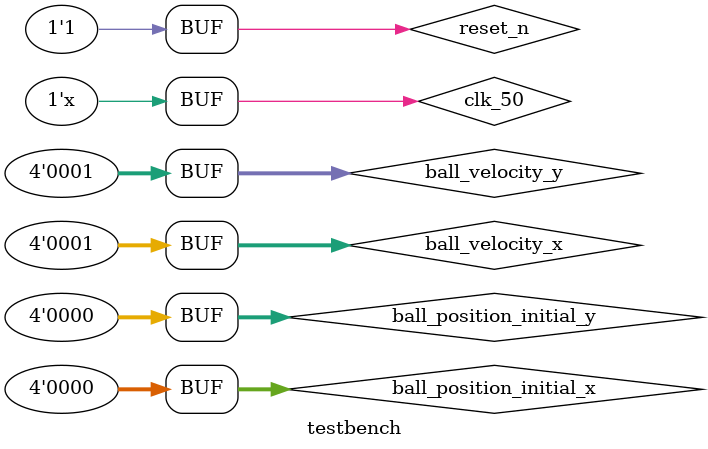
<source format=v>
module testtop(
input 	   clk_50,
input 	   reset_n,
input      [3:0] ball_position_initial_x,
input      [3:0] ball_position_initial_y,
input      [3:0] ball_velocity_x,
input 	   [3:0] ball_velocity_y,
output reg [3:0] ball_position_x,
output reg [3:0] ball_position_y
);

always @(posedge clk_50 or negedge reset_n)
	if (!reset_n) begin
		ball_position_x = ball_position_initial_x;
		ball_position_y = ball_position_initial_y;
	end
	else begin	
		ball_position_x = ball_position_x + ball_velocity_x;
     	ball_position_y = ball_position_y + ball_velocity_y;
	end
endmodule


`timescale 1ns / 1ps
module testbench();
		reg [3:0] ball_position_initial_x;
		reg [3:0] ball_position_initial_y;
		reg [3:0] ball_velocity_x;
		reg [3:0] ball_velocity_y;
		reg clk_50;
		reg reset_n;
		wire [3:0] ball_position_x;
		wire [3:0] ball_position_y;
		testtop test (clk_50,
			      reset_n,
			      ball_position_initial_x, 
			      ball_position_initial_y, 
			      ball_velocity_x, 
			      ball_velocity_y, 
			      ball_position_x,
			      ball_position_y);
		initial
		begin

				ball_position_initial_x <= 4'b0000; 
				ball_position_initial_y <= 4'b0000; 
				ball_velocity_x <= 4'b0001; 
				ball_velocity_y <= 4'b0001;
				clk_50 <= 1'b0;
				
				// Create a negative edge on reset_n at #1
				// and normalize the reset signal to 1 after a clock cycle (#10).
				reset_n <= 1'b1;
				#1 reset_n <= 1'b0;
				#9 reset_n <= 1'b1;
		end
		always #5 clk_50 = ~clk_50;
endmodule


</source>
